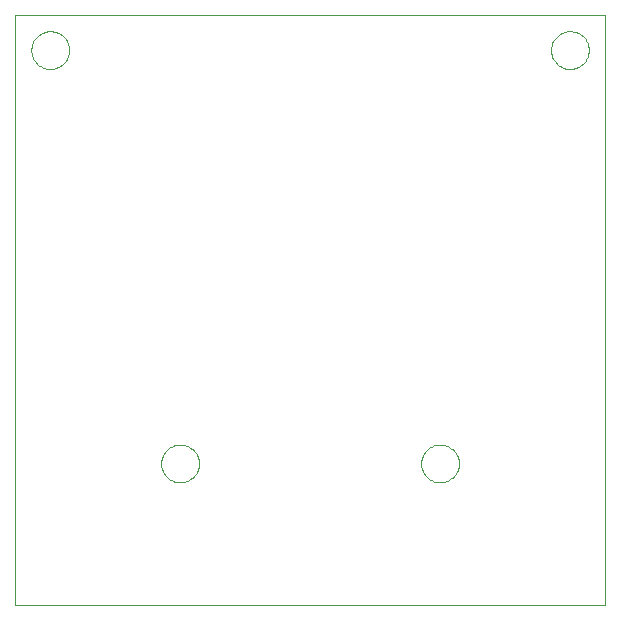
<source format=gtp>
G75*
G70*
%OFA0B0*%
%FSLAX24Y24*%
%IPPOS*%
%LPD*%
%AMOC8*
5,1,8,0,0,1.08239X$1,22.5*
%
%ADD10C,0.0000*%
D10*
X000377Y000377D02*
X020062Y000377D01*
X020062Y020062D01*
X000377Y020062D01*
X000377Y000377D01*
X005259Y005101D02*
X005261Y005151D01*
X005267Y005201D01*
X005277Y005250D01*
X005291Y005298D01*
X005308Y005345D01*
X005329Y005390D01*
X005354Y005434D01*
X005382Y005475D01*
X005414Y005514D01*
X005448Y005551D01*
X005485Y005585D01*
X005525Y005615D01*
X005567Y005642D01*
X005611Y005666D01*
X005657Y005687D01*
X005704Y005703D01*
X005752Y005716D01*
X005802Y005725D01*
X005851Y005730D01*
X005902Y005731D01*
X005952Y005728D01*
X006001Y005721D01*
X006050Y005710D01*
X006098Y005695D01*
X006144Y005677D01*
X006189Y005655D01*
X006232Y005629D01*
X006273Y005600D01*
X006312Y005568D01*
X006348Y005533D01*
X006380Y005495D01*
X006410Y005455D01*
X006437Y005412D01*
X006460Y005368D01*
X006479Y005322D01*
X006495Y005274D01*
X006507Y005225D01*
X006515Y005176D01*
X006519Y005126D01*
X006519Y005076D01*
X006515Y005026D01*
X006507Y004977D01*
X006495Y004928D01*
X006479Y004880D01*
X006460Y004834D01*
X006437Y004790D01*
X006410Y004747D01*
X006380Y004707D01*
X006348Y004669D01*
X006312Y004634D01*
X006273Y004602D01*
X006232Y004573D01*
X006189Y004547D01*
X006144Y004525D01*
X006098Y004507D01*
X006050Y004492D01*
X006001Y004481D01*
X005952Y004474D01*
X005902Y004471D01*
X005851Y004472D01*
X005802Y004477D01*
X005752Y004486D01*
X005704Y004499D01*
X005657Y004515D01*
X005611Y004536D01*
X005567Y004560D01*
X005525Y004587D01*
X005485Y004617D01*
X005448Y004651D01*
X005414Y004688D01*
X005382Y004727D01*
X005354Y004768D01*
X005329Y004812D01*
X005308Y004857D01*
X005291Y004904D01*
X005277Y004952D01*
X005267Y005001D01*
X005261Y005051D01*
X005259Y005101D01*
X013920Y005101D02*
X013922Y005151D01*
X013928Y005201D01*
X013938Y005250D01*
X013952Y005298D01*
X013969Y005345D01*
X013990Y005390D01*
X014015Y005434D01*
X014043Y005475D01*
X014075Y005514D01*
X014109Y005551D01*
X014146Y005585D01*
X014186Y005615D01*
X014228Y005642D01*
X014272Y005666D01*
X014318Y005687D01*
X014365Y005703D01*
X014413Y005716D01*
X014463Y005725D01*
X014512Y005730D01*
X014563Y005731D01*
X014613Y005728D01*
X014662Y005721D01*
X014711Y005710D01*
X014759Y005695D01*
X014805Y005677D01*
X014850Y005655D01*
X014893Y005629D01*
X014934Y005600D01*
X014973Y005568D01*
X015009Y005533D01*
X015041Y005495D01*
X015071Y005455D01*
X015098Y005412D01*
X015121Y005368D01*
X015140Y005322D01*
X015156Y005274D01*
X015168Y005225D01*
X015176Y005176D01*
X015180Y005126D01*
X015180Y005076D01*
X015176Y005026D01*
X015168Y004977D01*
X015156Y004928D01*
X015140Y004880D01*
X015121Y004834D01*
X015098Y004790D01*
X015071Y004747D01*
X015041Y004707D01*
X015009Y004669D01*
X014973Y004634D01*
X014934Y004602D01*
X014893Y004573D01*
X014850Y004547D01*
X014805Y004525D01*
X014759Y004507D01*
X014711Y004492D01*
X014662Y004481D01*
X014613Y004474D01*
X014563Y004471D01*
X014512Y004472D01*
X014463Y004477D01*
X014413Y004486D01*
X014365Y004499D01*
X014318Y004515D01*
X014272Y004536D01*
X014228Y004560D01*
X014186Y004587D01*
X014146Y004617D01*
X014109Y004651D01*
X014075Y004688D01*
X014043Y004727D01*
X014015Y004768D01*
X013990Y004812D01*
X013969Y004857D01*
X013952Y004904D01*
X013938Y004952D01*
X013928Y005001D01*
X013922Y005051D01*
X013920Y005101D01*
X018251Y018881D02*
X018253Y018931D01*
X018259Y018981D01*
X018269Y019030D01*
X018283Y019078D01*
X018300Y019125D01*
X018321Y019170D01*
X018346Y019214D01*
X018374Y019255D01*
X018406Y019294D01*
X018440Y019331D01*
X018477Y019365D01*
X018517Y019395D01*
X018559Y019422D01*
X018603Y019446D01*
X018649Y019467D01*
X018696Y019483D01*
X018744Y019496D01*
X018794Y019505D01*
X018843Y019510D01*
X018894Y019511D01*
X018944Y019508D01*
X018993Y019501D01*
X019042Y019490D01*
X019090Y019475D01*
X019136Y019457D01*
X019181Y019435D01*
X019224Y019409D01*
X019265Y019380D01*
X019304Y019348D01*
X019340Y019313D01*
X019372Y019275D01*
X019402Y019235D01*
X019429Y019192D01*
X019452Y019148D01*
X019471Y019102D01*
X019487Y019054D01*
X019499Y019005D01*
X019507Y018956D01*
X019511Y018906D01*
X019511Y018856D01*
X019507Y018806D01*
X019499Y018757D01*
X019487Y018708D01*
X019471Y018660D01*
X019452Y018614D01*
X019429Y018570D01*
X019402Y018527D01*
X019372Y018487D01*
X019340Y018449D01*
X019304Y018414D01*
X019265Y018382D01*
X019224Y018353D01*
X019181Y018327D01*
X019136Y018305D01*
X019090Y018287D01*
X019042Y018272D01*
X018993Y018261D01*
X018944Y018254D01*
X018894Y018251D01*
X018843Y018252D01*
X018794Y018257D01*
X018744Y018266D01*
X018696Y018279D01*
X018649Y018295D01*
X018603Y018316D01*
X018559Y018340D01*
X018517Y018367D01*
X018477Y018397D01*
X018440Y018431D01*
X018406Y018468D01*
X018374Y018507D01*
X018346Y018548D01*
X018321Y018592D01*
X018300Y018637D01*
X018283Y018684D01*
X018269Y018732D01*
X018259Y018781D01*
X018253Y018831D01*
X018251Y018881D01*
X000928Y018881D02*
X000930Y018931D01*
X000936Y018981D01*
X000946Y019030D01*
X000960Y019078D01*
X000977Y019125D01*
X000998Y019170D01*
X001023Y019214D01*
X001051Y019255D01*
X001083Y019294D01*
X001117Y019331D01*
X001154Y019365D01*
X001194Y019395D01*
X001236Y019422D01*
X001280Y019446D01*
X001326Y019467D01*
X001373Y019483D01*
X001421Y019496D01*
X001471Y019505D01*
X001520Y019510D01*
X001571Y019511D01*
X001621Y019508D01*
X001670Y019501D01*
X001719Y019490D01*
X001767Y019475D01*
X001813Y019457D01*
X001858Y019435D01*
X001901Y019409D01*
X001942Y019380D01*
X001981Y019348D01*
X002017Y019313D01*
X002049Y019275D01*
X002079Y019235D01*
X002106Y019192D01*
X002129Y019148D01*
X002148Y019102D01*
X002164Y019054D01*
X002176Y019005D01*
X002184Y018956D01*
X002188Y018906D01*
X002188Y018856D01*
X002184Y018806D01*
X002176Y018757D01*
X002164Y018708D01*
X002148Y018660D01*
X002129Y018614D01*
X002106Y018570D01*
X002079Y018527D01*
X002049Y018487D01*
X002017Y018449D01*
X001981Y018414D01*
X001942Y018382D01*
X001901Y018353D01*
X001858Y018327D01*
X001813Y018305D01*
X001767Y018287D01*
X001719Y018272D01*
X001670Y018261D01*
X001621Y018254D01*
X001571Y018251D01*
X001520Y018252D01*
X001471Y018257D01*
X001421Y018266D01*
X001373Y018279D01*
X001326Y018295D01*
X001280Y018316D01*
X001236Y018340D01*
X001194Y018367D01*
X001154Y018397D01*
X001117Y018431D01*
X001083Y018468D01*
X001051Y018507D01*
X001023Y018548D01*
X000998Y018592D01*
X000977Y018637D01*
X000960Y018684D01*
X000946Y018732D01*
X000936Y018781D01*
X000930Y018831D01*
X000928Y018881D01*
M02*

</source>
